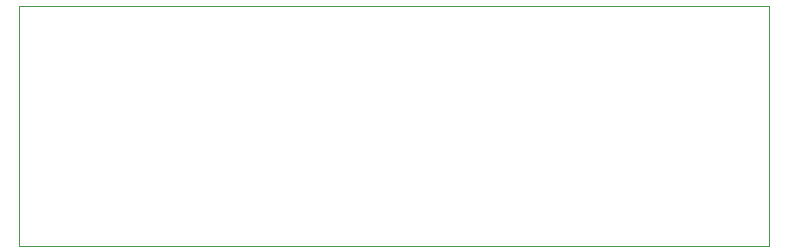
<source format=gbr>
%TF.GenerationSoftware,KiCad,Pcbnew,9.0.3*%
%TF.CreationDate,2025-07-24T18:02:03+02:00*%
%TF.ProjectId,OM345_Testrig,4f4d3334-355f-4546-9573-747269672e6b,rev?*%
%TF.SameCoordinates,Original*%
%TF.FileFunction,Profile,NP*%
%FSLAX46Y46*%
G04 Gerber Fmt 4.6, Leading zero omitted, Abs format (unit mm)*
G04 Created by KiCad (PCBNEW 9.0.3) date 2025-07-24 18:02:03*
%MOMM*%
%LPD*%
G01*
G04 APERTURE LIST*
%TA.AperFunction,Profile*%
%ADD10C,0.050000*%
%TD*%
G04 APERTURE END LIST*
D10*
X111760000Y-71120000D02*
X175260000Y-71120000D01*
X175260000Y-91440000D01*
X111760000Y-91440000D01*
X111760000Y-71120000D01*
M02*

</source>
